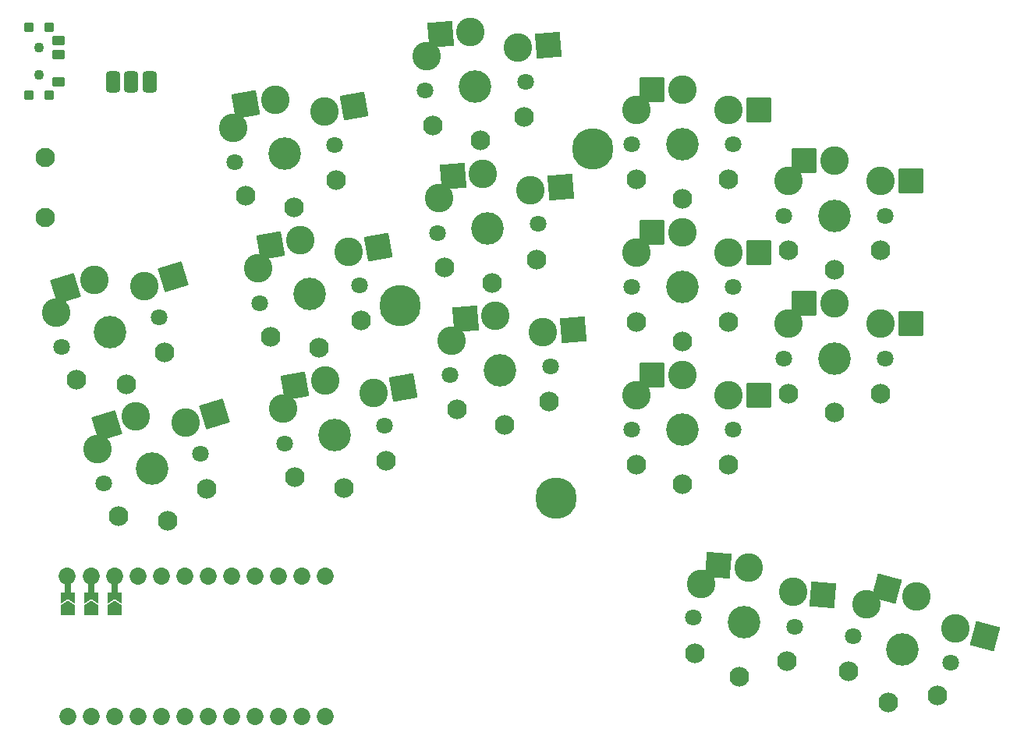
<source format=gbr>
%TF.GenerationSoftware,KiCad,Pcbnew,(6.0.4-0)*%
%TF.CreationDate,2022-07-05T10:49:51+02:00*%
%TF.ProjectId,battoota_min,62617474-6f6f-4746-915f-6d696e2e6b69,v1.0.0*%
%TF.SameCoordinates,Original*%
%TF.FileFunction,Soldermask,Bot*%
%TF.FilePolarity,Negative*%
%FSLAX46Y46*%
G04 Gerber Fmt 4.6, Leading zero omitted, Abs format (unit mm)*
G04 Created by KiCad (PCBNEW (6.0.4-0)) date 2022-07-05 10:49:51*
%MOMM*%
%LPD*%
G01*
G04 APERTURE LIST*
G04 Aperture macros list*
%AMRoundRect*
0 Rectangle with rounded corners*
0 $1 Rounding radius*
0 $2 $3 $4 $5 $6 $7 $8 $9 X,Y pos of 4 corners*
0 Add a 4 corners polygon primitive as box body*
4,1,4,$2,$3,$4,$5,$6,$7,$8,$9,$2,$3,0*
0 Add four circle primitives for the rounded corners*
1,1,$1+$1,$2,$3*
1,1,$1+$1,$4,$5*
1,1,$1+$1,$6,$7*
1,1,$1+$1,$8,$9*
0 Add four rect primitives between the rounded corners*
20,1,$1+$1,$2,$3,$4,$5,0*
20,1,$1+$1,$4,$5,$6,$7,0*
20,1,$1+$1,$6,$7,$8,$9,0*
20,1,$1+$1,$8,$9,$2,$3,0*%
%AMFreePoly0*
4,1,16,0.535355,0.785355,0.550000,0.750000,0.550000,-0.750000,0.535355,-0.785355,0.500000,-0.800000,-0.650000,-0.800000,-0.685355,-0.785355,-0.700000,-0.750000,-0.691603,-0.722265,-0.210093,0.000000,-0.691603,0.722265,-0.699029,0.759806,-0.677735,0.791603,-0.650000,0.800000,0.500000,0.800000,0.535355,0.785355,0.535355,0.785355,$1*%
%AMFreePoly1*
4,1,16,0.535355,0.785355,0.541603,0.777735,1.041603,0.027735,1.049029,-0.009806,1.041603,-0.027735,0.541603,-0.777735,0.509806,-0.799029,0.500000,-0.800000,-0.500000,-0.800000,-0.535355,-0.785355,-0.550000,-0.750000,-0.550000,0.750000,-0.535355,0.785355,-0.500000,0.800000,0.500000,0.800000,0.535355,0.785355,0.535355,0.785355,$1*%
G04 Aperture macros list end*
%ADD10C,1.801800*%
%ADD11C,3.100000*%
%ADD12C,3.529000*%
%ADD13C,2.132000*%
%ADD14RoundRect,0.050000X-1.592168X-0.919239X0.919239X-1.592168X1.592168X0.919239X-0.919239X1.592168X0*%
%ADD15RoundRect,0.050000X0.450000X-0.450000X0.450000X0.450000X-0.450000X0.450000X-0.450000X-0.450000X0*%
%ADD16C,1.100000*%
%ADD17RoundRect,0.050000X0.625000X-0.450000X0.625000X0.450000X-0.625000X0.450000X-0.625000X-0.450000X0*%
%ADD18RoundRect,0.050000X-1.054507X-1.505993X1.505993X-1.054507X1.054507X1.505993X-1.505993X1.054507X0*%
%ADD19RoundRect,0.050000X-1.408356X-1.181751X1.181751X-1.408356X1.408356X1.181751X-1.181751X1.408356X0*%
%ADD20C,4.500000*%
%ADD21RoundRect,0.050000X-0.863113X-1.623279X1.623279X-0.863113X0.863113X1.623279X-1.623279X0.863113X0*%
%ADD22RoundRect,0.050000X-1.181751X-1.408356X1.408356X-1.181751X1.181751X1.408356X-1.408356X1.181751X0*%
%ADD23RoundRect,0.050000X-1.300000X-1.300000X1.300000X-1.300000X1.300000X1.300000X-1.300000X1.300000X0*%
%ADD24RoundRect,0.425000X-0.375000X-0.750000X0.375000X-0.750000X0.375000X0.750000X-0.375000X0.750000X0*%
%ADD25C,2.100000*%
%ADD26C,1.852600*%
%ADD27FreePoly0,90.000000*%
%ADD28RoundRect,0.050000X-0.250000X-0.762000X0.250000X-0.762000X0.250000X0.762000X-0.250000X0.762000X0*%
%ADD29FreePoly1,90.000000*%
G04 APERTURE END LIST*
D10*
%TO.C,S15*%
X283392330Y-126545665D03*
D11*
X290244895Y-122221911D03*
X284845864Y-123052854D03*
X294505122Y-125641044D03*
D10*
X294017514Y-129392675D03*
D12*
X288704922Y-127969170D03*
D13*
X282891780Y-130345593D03*
D14*
X287081487Y-121374279D03*
D13*
X292551039Y-132933783D03*
D14*
X297668529Y-126488677D03*
D13*
X287177890Y-133668132D03*
%TD*%
D15*
%TO.C,T2*%
X193921762Y-60365501D03*
X193921762Y-67765501D03*
X196121762Y-60365501D03*
X196121762Y-67765501D03*
D16*
X195021762Y-65565501D03*
X195021762Y-62565501D03*
D17*
X197096762Y-66315501D03*
X197096762Y-63315501D03*
X197096762Y-61815501D03*
%TD*%
D11*
%TO.C,S3*%
X221495653Y-101795343D03*
D12*
X227070872Y-104620130D03*
D11*
X226037665Y-98760524D03*
D10*
X232487315Y-103665065D03*
X221654429Y-105575195D03*
D11*
X231343730Y-100058861D03*
D13*
X232654774Y-107494159D03*
D18*
X222812419Y-99329222D03*
D13*
X222806696Y-109230640D03*
D18*
X234568976Y-99490163D03*
D13*
X228095396Y-110430496D03*
%TD*%
D11*
%TO.C,S14*%
X272049552Y-119062706D03*
D12*
X271530975Y-124990064D03*
D10*
X277010046Y-125469421D03*
D11*
X266876835Y-120818556D03*
X276838782Y-121690114D03*
D10*
X266051904Y-124510707D03*
D13*
X276180757Y-129211383D03*
D19*
X268787013Y-118777270D03*
D13*
X266218810Y-128339825D03*
X271016756Y-130867613D03*
D19*
X280101320Y-121975549D03*
%TD*%
D20*
%TO.C,REF\u002A\u002A*%
X255124909Y-73614716D03*
X234188000Y-90569091D03*
X251142375Y-111506000D03*
%TD*%
D12*
%TO.C,S1*%
X207276192Y-108339872D03*
D11*
X210961322Y-103291872D03*
X201398275Y-106215589D03*
D10*
X212535868Y-106731828D03*
X202016516Y-109947916D03*
D11*
X205536580Y-102649859D03*
D21*
X202404681Y-103607376D03*
D13*
X203605681Y-113435689D03*
X213168728Y-110511972D03*
X209001185Y-113982070D03*
D21*
X214093220Y-102334354D03*
%TD*%
D12*
%TO.C,S6*%
X245074061Y-97674062D03*
D10*
X239594990Y-98153419D03*
D11*
X239766254Y-94374112D03*
X244555484Y-91746704D03*
X249728201Y-93502554D03*
D10*
X250553132Y-97194705D03*
D13*
X250386226Y-101023823D03*
X240424279Y-101895381D03*
D22*
X241292946Y-92032139D03*
X252990738Y-93217119D03*
D13*
X245588280Y-103551611D03*
%TD*%
D10*
%TO.C,S5*%
X227104222Y-73136025D03*
D11*
X216112560Y-71266303D03*
X225960637Y-69529821D03*
D12*
X221687779Y-74091090D03*
D11*
X220654572Y-68231484D03*
D10*
X216271336Y-75046155D03*
D13*
X227271681Y-76965119D03*
X217423603Y-78701600D03*
D18*
X217429326Y-68800182D03*
X229185883Y-68961123D03*
D13*
X222712303Y-79901456D03*
%TD*%
D10*
%TO.C,S13*%
X286862000Y-80832000D03*
X275862000Y-80832000D03*
D11*
X281362000Y-74882000D03*
D12*
X281362000Y-80832000D03*
D11*
X276362000Y-77082001D03*
X286362000Y-77082001D03*
D23*
X278086999Y-74882000D03*
D13*
X286362000Y-84632000D03*
X276362000Y-84632000D03*
D23*
X289637000Y-77082001D03*
D13*
X281362000Y-86732000D03*
%TD*%
D11*
%TO.C,S11*%
X264862000Y-67132000D03*
D10*
X270362000Y-73082000D03*
D11*
X269862000Y-69332001D03*
D12*
X264862000Y-73082000D03*
D10*
X259362000Y-73082000D03*
D11*
X259862000Y-69332001D03*
D13*
X259862000Y-76882000D03*
D23*
X261586999Y-67132000D03*
D13*
X269862000Y-76882000D03*
X264862000Y-78982000D03*
D23*
X273137000Y-69332001D03*
%TD*%
D10*
%TO.C,S12*%
X286862000Y-96332000D03*
D12*
X281362000Y-96332000D03*
D10*
X275862000Y-96332000D03*
D11*
X281362000Y-90382000D03*
X286362000Y-92582001D03*
X276362000Y-92582001D03*
D13*
X286362000Y-100132000D03*
X276362000Y-100132000D03*
D23*
X278086999Y-90382000D03*
D13*
X281362000Y-102232000D03*
D23*
X289637000Y-92582001D03*
%TD*%
D11*
%TO.C,S8*%
X241853655Y-60864668D03*
D12*
X242372232Y-66792026D03*
D10*
X236893161Y-67271383D03*
X247851303Y-66312669D03*
D11*
X247026372Y-62620518D03*
X237064425Y-63492076D03*
D13*
X247684397Y-70141787D03*
X237722450Y-71013345D03*
D22*
X238591117Y-61150103D03*
X250288909Y-62335083D03*
D13*
X242886451Y-72669575D03*
%TD*%
D24*
%TO.C,PAD1*%
X207035346Y-66324116D03*
X205035346Y-66324116D03*
X203035346Y-66324116D03*
%TD*%
D12*
%TO.C,S9*%
X264862000Y-104082000D03*
D11*
X269862000Y-100332001D03*
X264862000Y-98132000D03*
D10*
X270362000Y-104082000D03*
D11*
X259862000Y-100332001D03*
D10*
X259362000Y-104082000D03*
D23*
X261586999Y-98132000D03*
D13*
X269862000Y-107882000D03*
X259862000Y-107882000D03*
D23*
X273137000Y-100332001D03*
D13*
X264862000Y-109982000D03*
%TD*%
D11*
%TO.C,S10*%
X269862000Y-84832001D03*
D12*
X264862000Y-88582000D03*
D11*
X259862000Y-84832001D03*
D10*
X270362000Y-88582000D03*
D11*
X264862000Y-82632000D03*
D10*
X259362000Y-88582000D03*
D23*
X261586999Y-82632000D03*
D13*
X269862000Y-92382000D03*
X259862000Y-92382000D03*
D23*
X273137000Y-84832001D03*
D13*
X264862000Y-94482000D03*
%TD*%
D11*
%TO.C,S2*%
X196866514Y-91392865D03*
D10*
X197484755Y-95125192D03*
D11*
X206429561Y-88469148D03*
X201004819Y-87827135D03*
D10*
X208004107Y-91909104D03*
D12*
X202744431Y-93517148D03*
D21*
X197872920Y-88784652D03*
D13*
X208636967Y-95689248D03*
X199073920Y-98612965D03*
X204469424Y-99159346D03*
D21*
X209561459Y-87511630D03*
%TD*%
D25*
%TO.C,B1*%
X195707000Y-74549000D03*
X195707000Y-81049000D03*
%TD*%
D10*
%TO.C,S4*%
X229795768Y-88400545D03*
X218962882Y-90310675D03*
D12*
X224379325Y-89355610D03*
D11*
X228652183Y-84794341D03*
X223346118Y-83496004D03*
X218804106Y-86530823D03*
D13*
X229963227Y-92229639D03*
D18*
X220120872Y-84064702D03*
D13*
X220115149Y-93966120D03*
X225403849Y-95165976D03*
D18*
X231877429Y-84225643D03*
%TD*%
D10*
%TO.C,S7*%
X249202218Y-81753687D03*
D11*
X243204570Y-76305686D03*
X238415340Y-78933094D03*
D12*
X243723147Y-82233044D03*
D11*
X248377287Y-78061536D03*
D10*
X238244076Y-82712401D03*
D13*
X249035312Y-85582805D03*
X239073365Y-86454363D03*
D22*
X239942032Y-76591121D03*
X251639824Y-77776101D03*
D13*
X244237366Y-88110593D03*
%TD*%
D26*
%TO.C,MCU1*%
X203200000Y-120015000D03*
X198036254Y-120015000D03*
X200660000Y-120015000D03*
X203200000Y-135255000D03*
X200660000Y-135255000D03*
D27*
X200660000Y-122271477D03*
D28*
X200660000Y-121346477D03*
D27*
X203200000Y-122271477D03*
D28*
X203200000Y-121346477D03*
D27*
X198120000Y-122271477D03*
D28*
X198120000Y-121346477D03*
D26*
X198120000Y-135255000D03*
D29*
X198120000Y-123721477D03*
X200660000Y-123721477D03*
X203200000Y-123721477D03*
D26*
X205740000Y-120015000D03*
X208280000Y-120015000D03*
X210820000Y-120015000D03*
X213360000Y-120015000D03*
X215900000Y-120015000D03*
X218440000Y-120015000D03*
X220980000Y-120015000D03*
X223520000Y-120015000D03*
X226060000Y-120015000D03*
X205740000Y-135255000D03*
X208280000Y-135255000D03*
X210820000Y-135255000D03*
X213360000Y-135255000D03*
X215900000Y-135255000D03*
X218440000Y-135255000D03*
X220980000Y-135255000D03*
X223520000Y-135255000D03*
X226060000Y-135255000D03*
%TD*%
M02*

</source>
